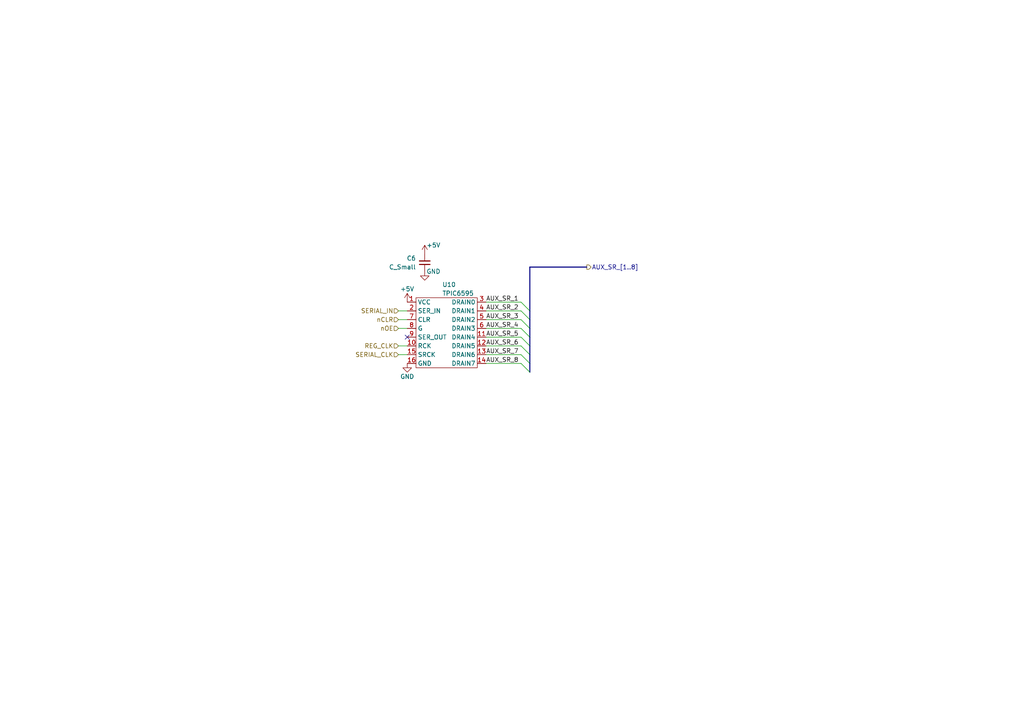
<source format=kicad_sch>
(kicad_sch (version 20211123) (generator eeschema)
  (paper "A4")
  (lib_symbols
    (symbol "Device:C_Small" (pin_numbers hide) (pin_names (offset 0.254) hide)
      (property "Reference" "C" (at 0.254 1.778 0))
      (property "Value" "C_Small" (at 0.254 -2.032 0))
      (symbol "C_Small_0_1"
        (polyline (pts (xy -1.524 -0.508) (xy 1.524 -0.508)) (stroke (width 0.3302)))
        (polyline (pts (xy -1.524 0.508) (xy 1.524 0.508)) (stroke (width 0.3048)))
      )
      (symbol "C_Small_1_1"
        (pin passive line (at 0 2.54 270) (length 2.032) (name "~") (number "1"))
        (pin passive line (at 0 -2.54 90) (length 2.032) (name "~") (number "2"))
      )
    )
    (symbol "power:+5V" (power) (pin_names (offset 0))
      (property "Value" "+5V" (at 0 3.556 0))
      (symbol "+5V_0_1"
        (polyline (pts (xy -0.762 1.27) (xy 0 2.54)))
        (polyline (pts (xy 0 0) (xy 0 2.54)))
        (polyline (pts (xy 0 2.54) (xy 0.762 1.27)))
      )
      (symbol "+5V_1_1"
        (pin power_in line (at 0 0 90) (length 0) hide (name "+5V") (number "1"))
      )
    )
    (symbol "power:GND" (power) (pin_names (offset 0))
      (property "Value" "GND" (at 0 -3.81 0))
      (symbol "GND_0_1"
        (polyline (pts (xy 0 0) (xy 0 -1.27) (xy 1.27 -1.27) (xy 0 -2.54) (xy -1.27 -1.27) (xy 0 -1.27)))
      )
      (symbol "GND_1_1"
        (pin power_in line (at 0 0 270) (length 0) hide (name "GND") (number "1"))
      )
    )
    (symbol "project-components:TPIC6C596"
      (property "Reference" "U" (at -3.81 8.89 0))
      (property "Value" "TPIC6C596" (at 0 -13.97 0))
      (symbol "TPIC6C596_0_1"
        (rectangle (start -5.08 7.62) (end 12.7 -12.7))
      )
      (symbol "TPIC6C596_1_1"
        (pin power_in line (at -7.62 6.35 0) (length 2.54) (name "VCC") (number "1"))
        (pin input line (at -7.62 -6.35 0) (length 2.54) (name "RCK") (number "10"))
        (pin bidirectional line (at 15.24 -3.81 180) (length 2.54) (name "DRAIN4") (number "11"))
        (pin bidirectional line (at 15.24 -6.35 180) (length 2.54) (name "DRAIN5") (number "12"))
        (pin bidirectional line (at 15.24 -8.89 180) (length 2.54) (name "DRAIN6") (number "13"))
        (pin bidirectional line (at 15.24 -11.43 180) (length 2.54) (name "DRAIN7") (number "14"))
        (pin input line (at -7.62 -8.89 0) (length 2.54) (name "SRCK") (number "15"))
        (pin power_in line (at -7.62 -11.43 0) (length 2.54) (name "GND") (number "16"))
        (pin input line (at -7.62 3.81 0) (length 2.54) (name "SER_IN") (number "2"))
        (pin bidirectional line (at 15.24 6.35 180) (length 2.54) (name "DRAIN0") (number "3"))
        (pin bidirectional line (at 15.24 3.81 180) (length 2.54) (name "DRAIN1") (number "4"))
        (pin bidirectional line (at 15.24 1.27 180) (length 2.54) (name "DRAIN2") (number "5"))
        (pin bidirectional line (at 15.24 -1.27 180) (length 2.54) (name "DRAIN3") (number "6"))
        (pin input line (at -7.62 1.27 0) (length 2.54) (name "CLR") (number "7"))
        (pin input line (at -7.62 -1.27 0) (length 2.54) (name "G") (number "8"))
        (pin output line (at -7.62 -3.81 0) (length 2.54) (name "SER_OUT") (number "9"))
      )
    )
  )
  (no_connect (at 118.11 97.79))
  (bus_entry (at 151.13 95.25) (size 2.54 2.54))
  (bus_entry (at 151.13 92.71) (size 2.54 2.54))
  (bus_entry (at 151.13 100.33) (size 2.54 2.54))
  (bus_entry (at 151.13 90.17) (size 2.54 2.54))
  (bus_entry (at 151.13 87.63) (size 2.54 2.54))
  (bus_entry (at 151.13 97.79) (size 2.54 2.54))
  (bus_entry (at 151.13 102.87) (size 2.54 2.54))
  (bus_entry (at 151.13 105.41) (size 2.54 2.54))
  (wire (pts (xy 140.97 97.79) (xy 151.13 97.79)))
  (wire (pts (xy 140.97 95.25) (xy 151.13 95.25)))
  (wire (pts (xy 115.57 100.33) (xy 118.11 100.33)))
  (wire (pts (xy 115.57 102.87) (xy 118.11 102.87)))
  (bus (pts (xy 153.67 95.25) (xy 153.67 97.79)))
  (wire (pts (xy 140.97 87.63) (xy 151.13 87.63)))
  (bus (pts (xy 153.67 77.47) (xy 153.67 90.17)))
  (wire (pts (xy 115.57 90.17) (xy 118.11 90.17)))
  (wire (pts (xy 140.97 100.33) (xy 151.13 100.33)))
  (wire (pts (xy 115.57 95.25) (xy 118.11 95.25)))
  (bus (pts (xy 153.67 90.17) (xy 153.67 92.71)))
  (wire (pts (xy 140.97 92.71) (xy 151.13 92.71)))
  (wire (pts (xy 115.57 92.71) (xy 118.11 92.71)))
  (bus (pts (xy 153.67 100.33) (xy 153.67 102.87)))
  (wire (pts (xy 140.97 102.87) (xy 151.13 102.87)))
  (bus (pts (xy 153.67 105.41) (xy 153.67 107.95)))
  (wire (pts (xy 140.97 105.41) (xy 151.13 105.41)))
  (bus (pts (xy 153.67 92.71) (xy 153.67 95.25)))
  (bus (pts (xy 153.67 77.47) (xy 170.18 77.47)))
  (wire (pts (xy 140.97 90.17) (xy 151.13 90.17)))
  (bus (pts (xy 153.67 102.87) (xy 153.67 105.41)))
  (bus (pts (xy 153.67 97.79) (xy 153.67 100.33)))
  (label "AUX_SR_6" (at 140.97 100.33 0))
  (label "AUX_SR_8" (at 140.97 105.41 0))
  (label "AUX_SR_4" (at 140.97 95.25 0))
  (label "AUX_SR_7" (at 140.97 102.87 0))
  (label "AUX_SR_1" (at 140.97 87.63 0))
  (label "AUX_SR_2" (at 140.97 90.17 0))
  (label "AUX_SR_5" (at 140.97 97.79 0))
  (label "AUX_SR_3" (at 140.97 92.71 0))
  (hierarchical_label "AUX_SR_[1..8]" (shape output) (at 170.18 77.47 0))
  (hierarchical_label "nCLR" (shape input) (at 115.57 92.71 180))
  (hierarchical_label "SERIAL_IN" (shape input) (at 115.57 90.17 180))
  (hierarchical_label "REG_CLK" (shape input) (at 115.57 100.33 180))
  (hierarchical_label "nOE" (shape input) (at 115.57 95.25 180))
  (hierarchical_label "SERIAL_CLK" (shape input) (at 115.57 102.87 180))
  (symbol (lib_id "power:+5V") (at 123.19 73.66 0) (unit 1)
    (property "Reference" "#PWR050" (effects hide))
    (property "Value" "+5V" (at 125.73 71.12 0))
  )
  (symbol (lib_id "project-components:TPIC6C596") (at 125.73 93.98 0) (unit 1)
    (property "Reference" "U10" (at 128.27 82.55 0) (effects (justify left)))
    (property "Value" "TPIC6595" (at 128.27 85.09 0) (effects (justify left)))
    (property "Footprint" "Package_DIP:DIP-16_W7.62mm" (effects hide))
    (property "Datasheet" "http://www.ti.com/lit/ds/symlink/tpic6595.pdf" (effects hide))
  )
  (symbol (lib_id "power:GND") (at 123.19 78.74 0) (unit 1)
    (property "Reference" "#PWR051" (effects hide))
    (property "Value" "GND" (at 125.73 78.74 0))
  )
  (symbol (lib_id "Device:C_Small") (at 123.19 76.2 0) (mirror x) (unit 1)
    (property "Reference" "C6" (at 120.65 74.9235 0) (effects (justify right)))
    (property "Value" "C_Small" (at 120.65 77.4635 0) (effects (justify right)))
    (property "Footprint" "Capacitor_SMD:C_0805_2012Metric_Pad1.18x1.45mm_HandSolder" (effects hide))
  )
  (symbol (lib_id "power:+5V") (at 118.11 87.63 0) (unit 1)
    (property "Reference" "#PWR048" (effects hide))
    (property "Value" "+5V" (at 118.11 83.82 0))
  )
  (symbol (lib_id "power:GND") (at 118.11 105.41 0) (unit 1)
    (property "Reference" "#PWR049" (effects hide))
    (property "Value" "GND" (at 118.11 109.22 0))
  )
)
</source>
